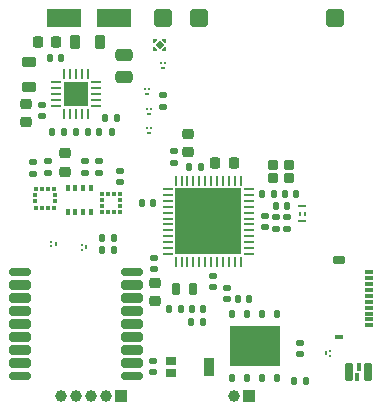
<source format=gbr>
%TF.GenerationSoftware,KiCad,Pcbnew,9.0.6*%
%TF.CreationDate,2025-12-17T14:25:04-08:00*%
%TF.ProjectId,digi_watch,64696769-5f77-4617-9463-682e6b696361,rev?*%
%TF.SameCoordinates,Original*%
%TF.FileFunction,Soldermask,Top*%
%TF.FilePolarity,Negative*%
%FSLAX46Y46*%
G04 Gerber Fmt 4.6, Leading zero omitted, Abs format (unit mm)*
G04 Created by KiCad (PCBNEW 9.0.6) date 2025-12-17 14:25:04*
%MOMM*%
%LPD*%
G01*
G04 APERTURE LIST*
G04 Aperture macros list*
%AMRoundRect*
0 Rectangle with rounded corners*
0 $1 Rounding radius*
0 $2 $3 $4 $5 $6 $7 $8 $9 X,Y pos of 4 corners*
0 Add a 4 corners polygon primitive as box body*
4,1,4,$2,$3,$4,$5,$6,$7,$8,$9,$2,$3,0*
0 Add four circle primitives for the rounded corners*
1,1,$1+$1,$2,$3*
1,1,$1+$1,$4,$5*
1,1,$1+$1,$6,$7*
1,1,$1+$1,$8,$9*
0 Add four rect primitives between the rounded corners*
20,1,$1+$1,$2,$3,$4,$5,0*
20,1,$1+$1,$4,$5,$6,$7,0*
20,1,$1+$1,$6,$7,$8,$9,0*
20,1,$1+$1,$8,$9,$2,$3,0*%
%AMRotRect*
0 Rectangle, with rotation*
0 The origin of the aperture is its center*
0 $1 length*
0 $2 width*
0 $3 Rotation angle, in degrees counterclockwise*
0 Add horizontal line*
21,1,$1,$2,0,0,$3*%
%AMOutline4P*
0 Free polygon, 4 corners , with rotation*
0 The origin of the aperture is its center*
0 number of corners: always 4*
0 $1 to $8 corner X, Y*
0 $9 Rotation angle, in degrees counterclockwise*
0 create outline with 4 corners*
4,1,4,$1,$2,$3,$4,$5,$6,$7,$8,$1,$2,$9*%
%AMFreePoly0*
4,1,6,0.130000,0.115000,0.130000,-0.115000,-0.130000,-0.115000,-0.130000,0.275000,-0.020000,0.275000,0.130000,0.115000,0.130000,0.115000,$1*%
%AMFreePoly1*
4,1,6,0.130000,-0.115000,-0.130000,-0.115000,-0.130000,0.115000,0.020000,0.275000,0.130000,0.275000,0.130000,-0.115000,0.130000,-0.115000,$1*%
G04 Aperture macros list end*
%ADD10R,0.711200X0.279400*%
%ADD11R,0.254000X0.457200*%
%ADD12RoundRect,0.135000X-0.135000X-0.185000X0.135000X-0.185000X0.135000X0.185000X-0.135000X0.185000X0*%
%ADD13R,3.000000X1.500000*%
%ADD14RoundRect,0.150000X0.150000X0.400000X-0.150000X0.400000X-0.150000X-0.400000X0.150000X-0.400000X0*%
%ADD15RoundRect,0.225000X-0.250000X0.225000X-0.250000X-0.225000X0.250000X-0.225000X0.250000X0.225000X0*%
%ADD16RoundRect,0.135000X0.135000X0.185000X-0.135000X0.185000X-0.135000X-0.185000X0.135000X-0.185000X0*%
%ADD17FreePoly0,90.000000*%
%ADD18FreePoly1,90.000000*%
%ADD19FreePoly0,270.000000*%
%ADD20FreePoly1,270.000000*%
%ADD21RotRect,0.520000X0.520000X315.000000*%
%ADD22RoundRect,0.225000X0.250000X-0.225000X0.250000X0.225000X-0.250000X0.225000X-0.250000X-0.225000X0*%
%ADD23RoundRect,0.060000X-0.065000X-0.015000X0.065000X-0.015000X0.065000X0.015000X-0.065000X0.015000X0*%
%ADD24RoundRect,0.060000X-0.015000X-0.190000X0.015000X-0.190000X0.015000X0.190000X-0.015000X0.190000X0*%
%ADD25RoundRect,0.140000X0.170000X-0.140000X0.170000X0.140000X-0.170000X0.140000X-0.170000X-0.140000X0*%
%ADD26RoundRect,0.125000X0.125000X-0.250000X0.125000X0.250000X-0.125000X0.250000X-0.125000X-0.250000X0*%
%ADD27R,4.300000X3.400000*%
%ADD28RoundRect,0.140000X-0.140000X-0.170000X0.140000X-0.170000X0.140000X0.170000X-0.140000X0.170000X0*%
%ADD29RoundRect,0.175000X-0.725000X-0.175000X0.725000X-0.175000X0.725000X0.175000X-0.725000X0.175000X0*%
%ADD30RoundRect,0.200000X-0.700000X-0.200000X0.700000X-0.200000X0.700000X0.200000X-0.700000X0.200000X0*%
%ADD31RoundRect,0.062500X-0.375000X-0.062500X0.375000X-0.062500X0.375000X0.062500X-0.375000X0.062500X0*%
%ADD32RoundRect,0.062500X-0.062500X-0.375000X0.062500X-0.375000X0.062500X0.375000X-0.062500X0.375000X0*%
%ADD33R,2.000000X2.000000*%
%ADD34RoundRect,0.062500X0.062500X-0.375000X0.062500X0.375000X-0.062500X0.375000X-0.062500X-0.375000X0*%
%ADD35RoundRect,0.062500X0.375000X-0.062500X0.375000X0.062500X-0.375000X0.062500X-0.375000X-0.062500X0*%
%ADD36R,5.600000X5.600000*%
%ADD37RoundRect,0.140000X-0.170000X0.140000X-0.170000X-0.140000X0.170000X-0.140000X0.170000X0.140000X0*%
%ADD38R,1.000000X1.000000*%
%ADD39C,1.000000*%
%ADD40RoundRect,0.225000X-0.225000X-0.250000X0.225000X-0.250000X0.225000X0.250000X-0.225000X0.250000X0*%
%ADD41RoundRect,0.135000X-0.185000X0.135000X-0.185000X-0.135000X0.185000X-0.135000X0.185000X0.135000X0*%
%ADD42Outline4P,-0.400000X-0.325000X0.400000X-0.325000X0.400000X0.325000X-0.400000X0.325000X180.000000*%
%ADD43Outline4P,-0.400000X-0.800000X0.400000X-0.800000X0.400000X0.800000X-0.400000X0.800000X180.000000*%
%ADD44RoundRect,0.147500X-0.147500X-0.172500X0.147500X-0.172500X0.147500X0.172500X-0.147500X0.172500X0*%
%ADD45RoundRect,0.250000X0.475000X-0.250000X0.475000X0.250000X-0.475000X0.250000X-0.475000X-0.250000X0*%
%ADD46RoundRect,0.218750X-0.218750X-0.381250X0.218750X-0.381250X0.218750X0.381250X-0.218750X0.381250X0*%
%ADD47RoundRect,0.200000X-0.250000X-0.200000X0.250000X-0.200000X0.250000X0.200000X-0.250000X0.200000X0*%
%ADD48RoundRect,0.218750X0.381250X-0.218750X0.381250X0.218750X-0.381250X0.218750X-0.381250X-0.218750X0*%
%ADD49R,0.375000X0.350000*%
%ADD50R,0.350000X0.375000*%
%ADD51R,0.800000X0.300000*%
%ADD52R,0.800000X0.400000*%
%ADD53RoundRect,0.102000X-0.400000X0.200000X-0.400000X-0.200000X0.400000X-0.200000X0.400000X0.200000X0*%
%ADD54RoundRect,0.140000X0.140000X0.170000X-0.140000X0.170000X-0.140000X-0.170000X0.140000X-0.170000X0*%
%ADD55R,0.355600X0.381000*%
%ADD56R,0.381000X0.355600*%
%ADD57RoundRect,0.060000X-0.015000X0.065000X-0.015000X-0.065000X0.015000X-0.065000X0.015000X0.065000X0*%
%ADD58RoundRect,0.060000X-0.190000X0.015000X-0.190000X-0.015000X0.190000X-0.015000X0.190000X0.015000X0*%
%ADD59RoundRect,0.225000X-0.525000X-0.525000X0.525000X-0.525000X0.525000X0.525000X-0.525000X0.525000X0*%
%ADD60RoundRect,0.060000X0.065000X0.015000X-0.065000X0.015000X-0.065000X-0.015000X0.065000X-0.015000X0*%
%ADD61RoundRect,0.060000X0.015000X0.190000X-0.015000X0.190000X-0.015000X-0.190000X0.015000X-0.190000X0*%
%ADD62RoundRect,0.102000X-0.200000X-0.700000X0.200000X-0.700000X0.200000X0.700000X-0.200000X0.700000X0*%
%ADD63RoundRect,0.102000X-0.100000X-0.250000X0.100000X-0.250000X0.100000X0.250000X-0.100000X0.250000X0*%
%ADD64R,0.350000X0.500000*%
G04 APERTURE END LIST*
D10*
%TO.C,U8*%
X137675000Y-97030800D03*
D11*
X137446400Y-97640400D03*
D10*
X137675000Y-98250000D03*
D11*
X137903600Y-97640400D03*
%TD*%
D12*
%TO.C,R1*%
X128250000Y-106800000D03*
X129270000Y-106800000D03*
%TD*%
D13*
%TO.C,J6*%
X117500000Y-81100000D03*
X121700000Y-81100000D03*
%TD*%
D14*
%TO.C,Y1*%
X128400000Y-104000000D03*
X127000000Y-104000000D03*
%TD*%
D15*
%TO.C,C25*%
X125200000Y-103525000D03*
X125200000Y-105075000D03*
%TD*%
D16*
%TO.C,R9*%
X121520000Y-90687500D03*
X120500000Y-90687500D03*
%TD*%
D17*
%TO.C,U10*%
X126070000Y-83700000D03*
D18*
X126070000Y-83050000D03*
D19*
X125100000Y-83050000D03*
D20*
X125100000Y-83700000D03*
D21*
X125585000Y-83375000D03*
%TD*%
D22*
%TO.C,C19*%
X117600000Y-94075000D03*
X117600000Y-92525000D03*
%TD*%
D23*
%TO.C,Q1*%
X119000000Y-100325000D03*
X119000000Y-100675000D03*
D24*
X119400000Y-100500000D03*
%TD*%
D25*
%TO.C,C1*%
X125100000Y-102330000D03*
X125100000Y-101370000D03*
%TD*%
D26*
%TO.C,U7*%
X131745000Y-111562500D03*
X133015000Y-111562500D03*
X134285000Y-111562500D03*
X135555000Y-111562500D03*
X135555000Y-106162500D03*
X134285000Y-106162500D03*
X133015000Y-106162500D03*
X131745000Y-106162500D03*
D27*
X133650000Y-108862500D03*
%TD*%
D28*
%TO.C,C17*%
X134290000Y-95975000D03*
X135250000Y-95975000D03*
%TD*%
D29*
%TO.C,U2*%
X113750000Y-102600000D03*
D30*
X113750000Y-103700000D03*
X113750000Y-104800000D03*
X113750000Y-105900000D03*
X113750000Y-107000000D03*
X113750000Y-108100000D03*
X113750000Y-109200000D03*
X113750000Y-110300000D03*
D29*
X113750000Y-111400000D03*
X123250000Y-111400000D03*
D30*
X123250000Y-110300000D03*
X123250000Y-109200000D03*
X123250000Y-108100000D03*
X123250000Y-107000000D03*
X123250000Y-105900000D03*
X123250000Y-104800000D03*
X123250000Y-103700000D03*
D29*
X123250000Y-102600000D03*
%TD*%
D25*
%TO.C,C21*%
X114900000Y-94260000D03*
X114900000Y-93300000D03*
%TD*%
D16*
%TO.C,R5*%
X138020000Y-111800000D03*
X137000000Y-111800000D03*
%TD*%
D25*
%TO.C,C20*%
X116100000Y-94180000D03*
X116100000Y-93220000D03*
%TD*%
D31*
%TO.C,U1*%
X116812500Y-86500000D03*
X116812500Y-87000000D03*
X116812500Y-87500000D03*
X116812500Y-88000000D03*
X116812500Y-88500000D03*
D32*
X117500000Y-89187500D03*
X118000000Y-89187500D03*
X118500000Y-89187500D03*
X119000000Y-89187500D03*
X119500000Y-89187500D03*
D31*
X120187500Y-88500000D03*
X120187500Y-88000000D03*
X120187500Y-87500000D03*
X120187500Y-87000000D03*
X120187500Y-86500000D03*
D32*
X119500000Y-85812500D03*
X119000000Y-85812500D03*
X118500000Y-85812500D03*
X118000000Y-85812500D03*
X117500000Y-85812500D03*
D33*
X118500000Y-87500000D03*
%TD*%
D34*
%TO.C,U4*%
X126950000Y-101737500D03*
X127450000Y-101737500D03*
X127950000Y-101737500D03*
X128450000Y-101737500D03*
X128950000Y-101737500D03*
X129450000Y-101737500D03*
X129950000Y-101737500D03*
X130450000Y-101737500D03*
X130950000Y-101737500D03*
X131450000Y-101737500D03*
X131950000Y-101737500D03*
X132450000Y-101737500D03*
D35*
X133137500Y-101050000D03*
X133137500Y-100550000D03*
X133137500Y-100050000D03*
X133137500Y-99550000D03*
X133137500Y-99050000D03*
X133137500Y-98550000D03*
X133137500Y-98050000D03*
X133137500Y-97550000D03*
X133137500Y-97050000D03*
X133137500Y-96550000D03*
X133137500Y-96050000D03*
X133137500Y-95550000D03*
D34*
X132450000Y-94862500D03*
X131950000Y-94862500D03*
X131450000Y-94862500D03*
X130950000Y-94862500D03*
X130450000Y-94862500D03*
X129950000Y-94862500D03*
X129450000Y-94862500D03*
X128950000Y-94862500D03*
X128450000Y-94862500D03*
X127950000Y-94862500D03*
X127450000Y-94862500D03*
X126950000Y-94862500D03*
D35*
X126262500Y-95550000D03*
X126262500Y-96050000D03*
X126262500Y-96550000D03*
X126262500Y-97050000D03*
X126262500Y-97550000D03*
X126262500Y-98050000D03*
X126262500Y-98550000D03*
X126262500Y-99050000D03*
X126262500Y-99550000D03*
X126262500Y-100050000D03*
X126262500Y-100550000D03*
X126262500Y-101050000D03*
D36*
X129700000Y-98300000D03*
%TD*%
D37*
%TO.C,C2*%
X134500000Y-97840000D03*
X134500000Y-98800000D03*
%TD*%
D38*
%TO.C,J7*%
X133200000Y-113100000D03*
D39*
X131930000Y-113100000D03*
%TD*%
D40*
%TO.C,C11*%
X115275000Y-83100000D03*
X116825000Y-83100000D03*
%TD*%
D41*
%TO.C,R4*%
X125850000Y-87590000D03*
X125850000Y-88610000D03*
%TD*%
D16*
%TO.C,R8*%
X122010000Y-89550000D03*
X120990000Y-89550000D03*
%TD*%
D12*
%TO.C,R6*%
X118490000Y-90687500D03*
X119510000Y-90687500D03*
%TD*%
D25*
%TO.C,C3*%
X126800000Y-93330000D03*
X126800000Y-92370000D03*
%TD*%
D42*
%TO.C,AE2*%
X126550000Y-110100000D03*
X126550000Y-111100000D03*
D43*
X129750000Y-110600000D03*
%TD*%
D25*
%TO.C,C6*%
X122273600Y-94960000D03*
X122273600Y-94000000D03*
%TD*%
D23*
%TO.C,Q2*%
X116400000Y-100050000D03*
X116400000Y-100400000D03*
D24*
X116800000Y-100225000D03*
%TD*%
D37*
%TO.C,C24*%
X131300000Y-103940000D03*
X131300000Y-104900000D03*
%TD*%
D28*
%TO.C,C18*%
X136220000Y-96000000D03*
X137180000Y-96000000D03*
%TD*%
D44*
%TO.C,L5*%
X128100000Y-93650000D03*
X129070000Y-93650000D03*
%TD*%
D45*
%TO.C,C7*%
X122600000Y-86100000D03*
X122600000Y-84200000D03*
%TD*%
D22*
%TO.C,C28*%
X128000000Y-92425000D03*
X128000000Y-90875000D03*
%TD*%
D25*
%TO.C,C5*%
X119300000Y-94180000D03*
X119300000Y-93220000D03*
%TD*%
D46*
%TO.C,L1*%
X118437500Y-83100000D03*
X120562500Y-83100000D03*
%TD*%
D47*
%TO.C,Y2*%
X135150000Y-94650000D03*
X136550000Y-94650000D03*
X136550000Y-93550000D03*
X135150000Y-93550000D03*
%TD*%
D12*
%TO.C,R12*%
X120690000Y-99700000D03*
X121710000Y-99700000D03*
%TD*%
D48*
%TO.C,L2*%
X114550000Y-86900000D03*
X114550000Y-84775000D03*
%TD*%
D44*
%TO.C,L4*%
X135440000Y-97000000D03*
X136410000Y-97000000D03*
%TD*%
D49*
%TO.C,U5*%
X122273600Y-97500000D03*
X122273600Y-97000000D03*
X122273600Y-96500000D03*
X122273600Y-96000000D03*
D50*
X121761100Y-95987500D03*
X121261100Y-95987500D03*
D49*
X120748600Y-96000000D03*
X120748600Y-96500000D03*
X120748600Y-97000000D03*
X120748600Y-97500000D03*
D50*
X121261100Y-97512500D03*
X121761100Y-97512500D03*
%TD*%
D15*
%TO.C,C10*%
X114300000Y-88325000D03*
X114300000Y-89875000D03*
%TD*%
D37*
%TO.C,C29*%
X137500000Y-108590000D03*
X137500000Y-109550000D03*
%TD*%
D51*
%TO.C,J1*%
X143350000Y-102600000D03*
X143350000Y-103100000D03*
X143350000Y-103600000D03*
X143350000Y-104100000D03*
X143350000Y-104600000D03*
X143350000Y-105100000D03*
X143350000Y-105600000D03*
X143350000Y-106100000D03*
X143350000Y-106600000D03*
X143350000Y-107100000D03*
D52*
X140750000Y-108100000D03*
D53*
X140750000Y-101600000D03*
%TD*%
D54*
%TO.C,C8*%
X127360000Y-105700000D03*
X126400000Y-105700000D03*
%TD*%
D28*
%TO.C,C22*%
X132220000Y-104850000D03*
X133180000Y-104850000D03*
%TD*%
D55*
%TO.C,U6*%
X115161799Y-97188200D03*
X115661800Y-97188200D03*
X116161800Y-97188200D03*
X116661801Y-97188200D03*
D56*
X116750000Y-96600000D03*
X116750000Y-96100000D03*
D55*
X116661801Y-95511800D03*
X116161800Y-95511800D03*
X115661800Y-95511800D03*
X115161799Y-95511800D03*
D56*
X115073600Y-96100000D03*
X115073600Y-96600000D03*
%TD*%
D28*
%TO.C,C12*%
X116320000Y-84500000D03*
X117280000Y-84500000D03*
%TD*%
D37*
%TO.C,C14*%
X135450000Y-97945000D03*
X135450000Y-98905000D03*
%TD*%
D25*
%TO.C,C4*%
X120500000Y-94180000D03*
X120500000Y-93220000D03*
%TD*%
%TO.C,C13*%
X125025000Y-111085000D03*
X125025000Y-110125000D03*
%TD*%
D38*
%TO.C,J2*%
X122310000Y-113050000D03*
D39*
X121040000Y-113050000D03*
X119770000Y-113050000D03*
X118500000Y-113050000D03*
X117230000Y-113050000D03*
%TD*%
D54*
%TO.C,C26*%
X125030000Y-96750000D03*
X124070000Y-96750000D03*
%TD*%
D57*
%TO.C,Q7*%
X124725000Y-87100000D03*
X124375000Y-87100000D03*
D58*
X124550000Y-87500000D03*
%TD*%
D12*
%TO.C,R7*%
X116480000Y-90687500D03*
X117500000Y-90687500D03*
%TD*%
D59*
%TO.C,J3*%
X140400000Y-81100000D03*
X128900000Y-81100000D03*
X125900000Y-81100000D03*
%TD*%
D60*
%TO.C,Q6*%
X140050000Y-109650000D03*
X140050000Y-109300000D03*
D61*
X139650000Y-109475000D03*
%TD*%
D62*
%TO.C,Y3*%
X141600000Y-111050000D03*
D63*
X142300000Y-111500000D03*
D62*
X143200000Y-111050000D03*
D63*
X142500000Y-110600000D03*
%TD*%
D37*
%TO.C,C23*%
X115600000Y-88420000D03*
X115600000Y-89380000D03*
%TD*%
D57*
%TO.C,Q5*%
X126085000Y-84870000D03*
X125735000Y-84870000D03*
D58*
X125910000Y-85270000D03*
%TD*%
D40*
%TO.C,C27*%
X130305000Y-93310000D03*
X131855000Y-93310000D03*
%TD*%
D57*
%TO.C,Q4*%
X124875000Y-88775000D03*
X124525000Y-88775000D03*
D58*
X124700000Y-89175000D03*
%TD*%
D64*
%TO.C,U3*%
X119748600Y-97525000D03*
X119098600Y-97525000D03*
X118448600Y-97525000D03*
X117798600Y-97525000D03*
X117798600Y-95475000D03*
X118448600Y-95475000D03*
X119098600Y-95475000D03*
X119748600Y-95475000D03*
%TD*%
D12*
%TO.C,R11*%
X120700000Y-100700000D03*
X121720000Y-100700000D03*
%TD*%
D37*
%TO.C,C15*%
X136400000Y-97945000D03*
X136400000Y-98905000D03*
%TD*%
D57*
%TO.C,Q3*%
X124875000Y-90425000D03*
X124525000Y-90425000D03*
D58*
X124700000Y-90825000D03*
%TD*%
D28*
%TO.C,C9*%
X128300000Y-105750000D03*
X129260000Y-105750000D03*
%TD*%
D25*
%TO.C,C16*%
X130100000Y-103880000D03*
X130100000Y-102920000D03*
%TD*%
M02*

</source>
